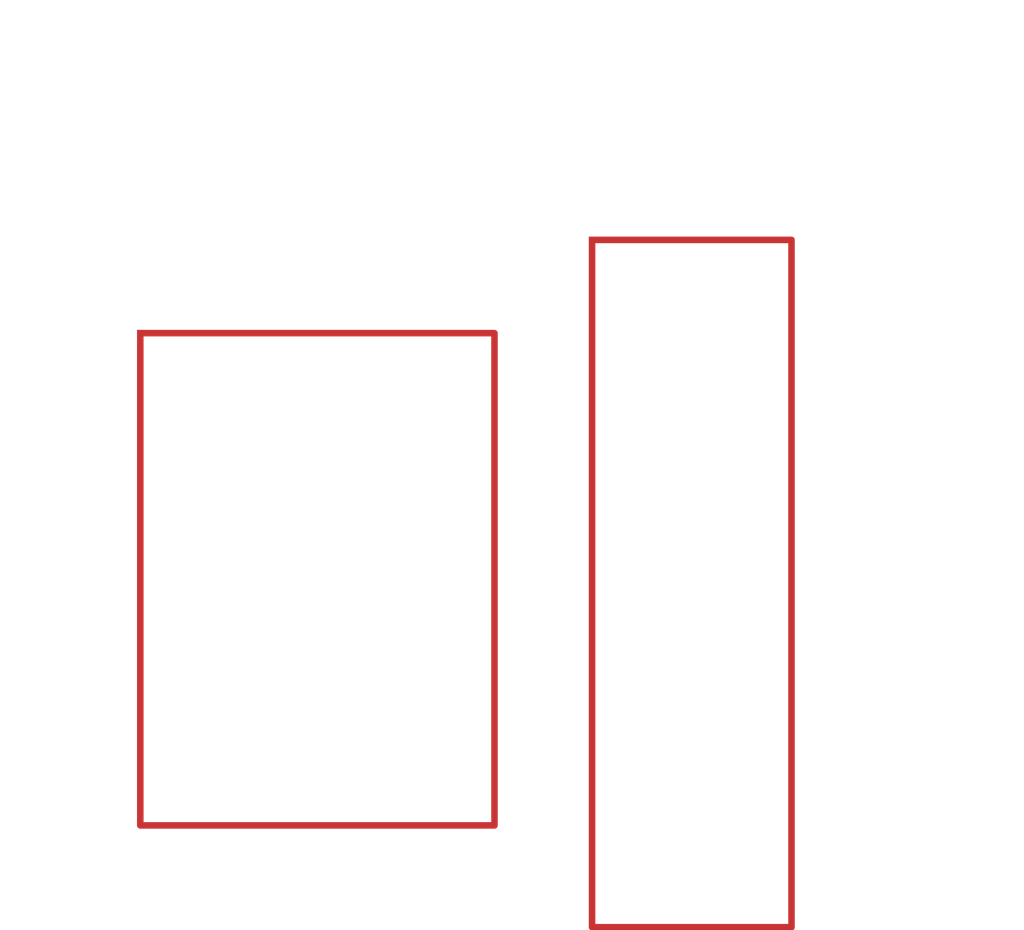
<source format=kicad_pcb>
(kicad_pcb
	(version 20231212)
	(generator "pcbnew")
	(generator_version "7.99")
	(general
		(thickness 1.6)
		(legacy_teardrops no)
	)
	(paper "A4")
	(layers
		(0 "F.Cu" signal)
		(31 "B.Cu" signal)
		(32 "B.Adhes" user "B.Adhesive")
		(33 "F.Adhes" user "F.Adhesive")
		(34 "B.Paste" user)
		(35 "F.Paste" user)
		(36 "B.SilkS" user "B.Silkscreen")
		(37 "F.SilkS" user "F.Silkscreen")
		(38 "B.Mask" user)
		(39 "F.Mask" user)
		(40 "Dwgs.User" user "User.Drawings")
		(41 "Cmts.User" user "User.Comments")
		(42 "Eco1.User" user "User.Eco1")
		(43 "Eco2.User" user "User.Eco2")
		(44 "Edge.Cuts" user)
		(45 "Margin" user)
		(46 "B.CrtYd" user "B.Courtyard")
		(47 "F.CrtYd" user "F.Courtyard")
		(48 "B.Fab" user)
		(49 "F.Fab" user)
		(50 "User.1" user)
		(51 "User.2" user)
		(52 "User.3" user)
		(53 "User.4" user)
		(54 "User.5" user)
		(55 "User.6" user)
		(56 "User.7" user)
		(57 "User.8" user)
		(58 "User.9" user)
	)
	(setup
		(pad_to_mask_clearance 0)
		(allow_soldermask_bridges_in_footprints no)
		(pcbplotparams
			(layerselection 0x00010fc_ffffffff)
			(plot_on_all_layers_selection 0x0000000_00000000)
			(disableapertmacros no)
			(usegerberextensions no)
			(usegerberattributes yes)
			(usegerberadvancedattributes yes)
			(creategerberjobfile yes)
			(dashed_line_dash_ratio 12.000000)
			(dashed_line_gap_ratio 3.000000)
			(svgprecision 4)
			(plotframeref no)
			(viasonmask no)
			(mode 1)
			(useauxorigin no)
			(hpglpennumber 1)
			(hpglpenspeed 20)
			(hpglpendiameter 15.000000)
			(pdf_front_fp_property_popups yes)
			(pdf_back_fp_property_popups yes)
			(dxfpolygonmode yes)
			(dxfimperialunits yes)
			(dxfusepcbnewfont yes)
			(psnegative no)
			(psa4output no)
			(plotreference yes)
			(plotvalue yes)
			(plotfptext yes)
			(plotinvisibletext no)
			(sketchpadsonfab no)
			(subtractmaskfromsilk no)
			(outputformat 1)
			(mirror no)
			(drillshape 1)
			(scaleselection 1)
			(outputdirectory "")
		)
	)
	(net 0 "")
	(gr_rect
		(start 137.54 30.055)
		(end 143.61 50.985)
		(locked yes)
		(stroke
			(width 0.2)
			(type default)
		)
		(fill none)
		(layer "F.Cu")
		(uuid "31c575c4-a510-466f-a17b-69828f152bcb")
	)
	(gr_rect
		(start 123.79 32.895)
		(end 134.57 47.885)
		(locked yes)
		(stroke
			(width 0.2)
			(type default)
		)
		(fill none)
		(layer "F.Cu")
		(uuid "7b225496-2d63-45ad-a1bb-01d0f7578455")
	)
	(gr_text "Simple group of two items"
		(at 119.52 25.15 0)
		(layer "Cmts.User")
		(uuid "2dd7f66b-e965-4c09-bb3f-acef10a77fbe")
		(effects
			(font
				(size 1.5 1.5)
				(thickness 0.3)
				(bold yes)
			)
			(justify left bottom)
		)
	)
	(group "GroupName"
		(id "a78cc65c-451e-451e-9147-4460cc669685")
		(locked yes)
		(members "31c575c4-a510-466f-a17b-69828f152bcb" "7b225496-2d63-45ad-a1bb-01d0f7578455")
	)
)
</source>
